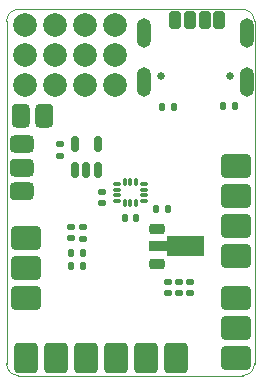
<source format=gbr>
%TF.GenerationSoftware,KiCad,Pcbnew,9.0.3-9.0.3-0~ubuntu24.04.1*%
%TF.CreationDate,2025-09-19T18:16:16+02:00*%
%TF.ProjectId,ant control board v2,616e7420-636f-46e7-9472-6f6c20626f61,2.0*%
%TF.SameCoordinates,Original*%
%TF.FileFunction,Soldermask,Bot*%
%TF.FilePolarity,Negative*%
%FSLAX46Y46*%
G04 Gerber Fmt 4.6, Leading zero omitted, Abs format (unit mm)*
G04 Created by KiCad (PCBNEW 9.0.3-9.0.3-0~ubuntu24.04.1) date 2025-09-19 18:16:16*
%MOMM*%
%LPD*%
G01*
G04 APERTURE LIST*
G04 Aperture macros list*
%AMRoundRect*
0 Rectangle with rounded corners*
0 $1 Rounding radius*
0 $2 $3 $4 $5 $6 $7 $8 $9 X,Y pos of 4 corners*
0 Add a 4 corners polygon primitive as box body*
4,1,4,$2,$3,$4,$5,$6,$7,$8,$9,$2,$3,0*
0 Add four circle primitives for the rounded corners*
1,1,$1+$1,$2,$3*
1,1,$1+$1,$4,$5*
1,1,$1+$1,$6,$7*
1,1,$1+$1,$8,$9*
0 Add four rect primitives between the rounded corners*
20,1,$1+$1,$2,$3,$4,$5,0*
20,1,$1+$1,$4,$5,$6,$7,0*
20,1,$1+$1,$6,$7,$8,$9,0*
20,1,$1+$1,$8,$9,$2,$3,0*%
%AMFreePoly0*
4,1,9,3.862500,-0.866500,0.737500,-0.866500,0.737500,-0.450000,-0.737500,-0.450000,-0.737500,0.450000,0.737500,0.450000,0.737500,0.866500,3.862500,0.866500,3.862500,-0.866500,3.862500,-0.866500,$1*%
G04 Aperture macros list end*
%ADD10RoundRect,0.250000X-0.250000X0.500000X-0.250000X-0.500000X0.250000X-0.500000X0.250000X0.500000X0*%
%ADD11C,0.500000*%
%ADD12RoundRect,0.375000X0.375000X-0.625000X0.375000X0.625000X-0.375000X0.625000X-0.375000X-0.625000X0*%
%ADD13RoundRect,0.375000X0.625000X0.375000X-0.625000X0.375000X-0.625000X-0.375000X0.625000X-0.375000X0*%
%ADD14RoundRect,0.140000X0.170000X-0.140000X0.170000X0.140000X-0.170000X0.140000X-0.170000X-0.140000X0*%
%ADD15C,2.000000*%
%ADD16RoundRect,0.140000X-0.140000X-0.170000X0.140000X-0.170000X0.140000X0.170000X-0.140000X0.170000X0*%
%ADD17RoundRect,0.300000X0.970000X-0.700000X0.970000X0.700000X-0.970000X0.700000X-0.970000X-0.700000X0*%
%ADD18C,0.650000*%
%ADD19O,1.250000X2.500000*%
%ADD20RoundRect,0.300000X-0.700000X-0.970000X0.700000X-0.970000X0.700000X0.970000X-0.700000X0.970000X0*%
%ADD21RoundRect,0.300000X-0.970000X0.700000X-0.970000X-0.700000X0.970000X-0.700000X0.970000X0.700000X0*%
%ADD22RoundRect,0.135000X0.185000X-0.135000X0.185000X0.135000X-0.185000X0.135000X-0.185000X-0.135000X0*%
%ADD23RoundRect,0.135000X0.135000X0.185000X-0.135000X0.185000X-0.135000X-0.185000X0.135000X-0.185000X0*%
%ADD24RoundRect,0.135000X-0.135000X-0.185000X0.135000X-0.185000X0.135000X0.185000X-0.135000X0.185000X0*%
%ADD25RoundRect,0.150000X0.150000X-0.512500X0.150000X0.512500X-0.150000X0.512500X-0.150000X-0.512500X0*%
%ADD26RoundRect,0.140000X0.140000X0.170000X-0.140000X0.170000X-0.140000X-0.170000X0.140000X-0.170000X0*%
%ADD27RoundRect,0.225000X-0.425000X-0.225000X0.425000X-0.225000X0.425000X0.225000X-0.425000X0.225000X0*%
%ADD28FreePoly0,0.000000*%
%ADD29RoundRect,0.087500X0.225000X0.087500X-0.225000X0.087500X-0.225000X-0.087500X0.225000X-0.087500X0*%
%ADD30RoundRect,0.087500X0.087500X0.225000X-0.087500X0.225000X-0.087500X-0.225000X0.087500X-0.225000X0*%
%ADD31RoundRect,0.140000X-0.170000X0.140000X-0.170000X-0.140000X0.170000X-0.140000X0.170000X0.140000X0*%
%TA.AperFunction,Profile*%
%ADD32C,0.050000*%
%TD*%
G04 APERTURE END LIST*
D10*
%TO.C,J12*%
X117029404Y-110926904D03*
X115779404Y-110926904D03*
X114529404Y-110926904D03*
X113279404Y-110926904D03*
%TD*%
D11*
%TO.C,J10*%
X99740000Y-118300000D03*
X99740000Y-119700000D03*
D12*
X100190000Y-119000000D03*
D11*
X100640000Y-119700000D03*
X100654400Y-118300000D03*
X101732800Y-118288800D03*
X101732800Y-119711200D03*
D12*
X102190000Y-119000000D03*
D11*
X102640000Y-118300000D03*
X102647200Y-119711200D03*
%TD*%
%TO.C,J9*%
X99570000Y-125848096D03*
X100970000Y-125848096D03*
D13*
X100270000Y-125398096D03*
D11*
X100970000Y-124948096D03*
X99570000Y-124933696D03*
X99570000Y-123848096D03*
X100970000Y-123848096D03*
D13*
X100270000Y-123398096D03*
D11*
X100970000Y-122948096D03*
X99570000Y-122933696D03*
X99558800Y-121855296D03*
X100981200Y-121855296D03*
D13*
X100270000Y-121398096D03*
D11*
X99570000Y-120948096D03*
X100981200Y-120940896D03*
%TD*%
D14*
%TO.C,C9*%
X107090000Y-125420000D03*
X107090000Y-126380000D03*
%TD*%
D15*
%TO.C,U7*%
X100583000Y-116417000D03*
X100583000Y-113877000D03*
X100583000Y-111337000D03*
X103123000Y-116417000D03*
X103123000Y-113877000D03*
X103123000Y-111337000D03*
X105663000Y-116417000D03*
X105663000Y-113877000D03*
X105663000Y-111337000D03*
X108203000Y-116417000D03*
X108203000Y-113877000D03*
X108203000Y-111337000D03*
%TD*%
D16*
%TO.C,C4*%
X112650000Y-126900000D03*
X111690000Y-126900000D03*
%TD*%
D11*
%TO.C,J7*%
X99721000Y-135055000D03*
X101499000Y-135055000D03*
D17*
X100610000Y-134420000D03*
D11*
X99721000Y-133785000D03*
X101499000Y-133785000D03*
X99721000Y-132515000D03*
X101499000Y-132515000D03*
D17*
X100610000Y-131880000D03*
D11*
X99721000Y-131245000D03*
X101499000Y-131245000D03*
X99721000Y-129975000D03*
X101499000Y-129975000D03*
D17*
X100610000Y-129340000D03*
D11*
X99721000Y-128705000D03*
X101499000Y-128705000D03*
%TD*%
D18*
%TO.C,J3*%
X117890000Y-115680000D03*
X112110000Y-115680000D03*
D19*
X119320000Y-116180000D03*
X119320000Y-112000000D03*
X110680000Y-116180000D03*
X110680000Y-112000000D03*
%TD*%
D11*
%TO.C,J5*%
X105055000Y-138611000D03*
X105055000Y-140389000D03*
D20*
X105690000Y-139500000D03*
D11*
X106325000Y-138611000D03*
X106325000Y-140389000D03*
X107595000Y-138611000D03*
X107595000Y-140389000D03*
D20*
X108230000Y-139500000D03*
D11*
X108865000Y-138611000D03*
X108865000Y-140389000D03*
%TD*%
%TO.C,J8*%
X117501000Y-140135000D03*
X119279000Y-140135000D03*
D17*
X118390000Y-139500000D03*
D11*
X117501000Y-138865000D03*
X119279000Y-138865000D03*
X117501000Y-137595000D03*
X119279000Y-137595000D03*
D17*
X118390000Y-136960000D03*
D11*
X117501000Y-136325000D03*
X119279000Y-136325000D03*
X117501000Y-135055000D03*
X119279000Y-135055000D03*
D17*
X118390000Y-134420000D03*
D11*
X117501000Y-133785000D03*
X119279000Y-133785000D03*
%TD*%
%TO.C,J6*%
X110135000Y-138611000D03*
X110135000Y-140389000D03*
D20*
X110770000Y-139500000D03*
D11*
X111405000Y-138611000D03*
X111405000Y-140389000D03*
X112675000Y-138611000D03*
X112675000Y-140389000D03*
D20*
X113310000Y-139500000D03*
D11*
X113945000Y-138611000D03*
X113945000Y-140389000D03*
%TD*%
%TO.C,J4*%
X99975000Y-138611000D03*
X99975000Y-140389000D03*
D20*
X100610000Y-139500000D03*
D11*
X101245000Y-138611000D03*
X101245000Y-140389000D03*
X102515000Y-138611000D03*
X102515000Y-140389000D03*
D20*
X103150000Y-139500000D03*
D11*
X103785000Y-138611000D03*
X103785000Y-140389000D03*
%TD*%
%TO.C,J1*%
X119279000Y-127705000D03*
X117501000Y-127705000D03*
D21*
X118390000Y-128340000D03*
D11*
X119279000Y-128975000D03*
X117501000Y-128975000D03*
X119279000Y-130245000D03*
X117501000Y-130245000D03*
D21*
X118390000Y-130880000D03*
D11*
X119279000Y-131515000D03*
X117501000Y-131515000D03*
%TD*%
%TO.C,J2*%
X119279000Y-122625000D03*
X117501000Y-122625000D03*
D21*
X118390000Y-123260000D03*
D11*
X119279000Y-123895000D03*
X117501000Y-123895000D03*
X119279000Y-125165000D03*
X117501000Y-125165000D03*
D21*
X118390000Y-125800000D03*
D11*
X119279000Y-126435000D03*
X117501000Y-126435000D03*
%TD*%
D22*
%TO.C,R5*%
X105490000Y-129410000D03*
X105490000Y-128390000D03*
%TD*%
D23*
%TO.C,R4*%
X105500000Y-130600000D03*
X104480000Y-130600000D03*
%TD*%
D24*
%TO.C,R3*%
X104480000Y-131700000D03*
X105500000Y-131700000D03*
%TD*%
D25*
%TO.C,U8*%
X106720000Y-121362500D03*
X104820000Y-121362500D03*
X104820000Y-123637500D03*
X105770000Y-123637500D03*
X106720000Y-123637500D03*
%TD*%
D23*
%TO.C,R1*%
X113200000Y-118300000D03*
X112180000Y-118300000D03*
%TD*%
D26*
%TO.C,C10*%
X109970000Y-127700000D03*
X109010000Y-127700000D03*
%TD*%
D27*
%TO.C,U1*%
X111740000Y-131562500D03*
D28*
X111827500Y-130062500D03*
D27*
X111740000Y-128562500D03*
%TD*%
D29*
%TO.C,U5*%
X110652500Y-124750000D03*
X110652500Y-125250000D03*
X110652500Y-125750000D03*
X110652500Y-126250000D03*
D30*
X109990000Y-126412500D03*
X109490000Y-126412500D03*
X108990000Y-126412500D03*
D29*
X108327500Y-126250000D03*
X108327500Y-125750000D03*
X108327500Y-125250000D03*
X108327500Y-124750000D03*
D30*
X108990000Y-124587500D03*
X109490000Y-124587500D03*
X109990000Y-124587500D03*
%TD*%
D31*
%TO.C,C19*%
X103570000Y-122380000D03*
X103570000Y-121420000D03*
%TD*%
%TO.C,C3*%
X112670000Y-133070000D03*
X112670000Y-134030000D03*
%TD*%
D24*
%TO.C,R2*%
X117360000Y-118200000D03*
X118380000Y-118200000D03*
%TD*%
D31*
%TO.C,C2*%
X113620000Y-133070000D03*
X113620000Y-134030000D03*
%TD*%
D14*
%TO.C,C8*%
X104490000Y-129380000D03*
X104490000Y-128420000D03*
%TD*%
D31*
%TO.C,C1*%
X114570000Y-133070000D03*
X114570000Y-134030000D03*
%TD*%
D32*
X120000000Y-140000000D02*
X120000000Y-111000000D01*
X100000000Y-141000000D02*
X119000000Y-141000000D01*
X99000000Y-111000000D02*
X99000000Y-140000000D01*
X119000000Y-110000000D02*
X100000000Y-110000000D01*
X99000000Y-111000000D02*
G75*
G02*
X100000000Y-110000000I1000000J0D01*
G01*
X119000000Y-110000000D02*
G75*
G02*
X120000000Y-111000000I0J-1000000D01*
G01*
X120000000Y-140000000D02*
G75*
G02*
X119000000Y-141000000I-1000000J0D01*
G01*
X100000000Y-141000000D02*
G75*
G02*
X99000000Y-140000000I0J1000000D01*
G01*
M02*

</source>
